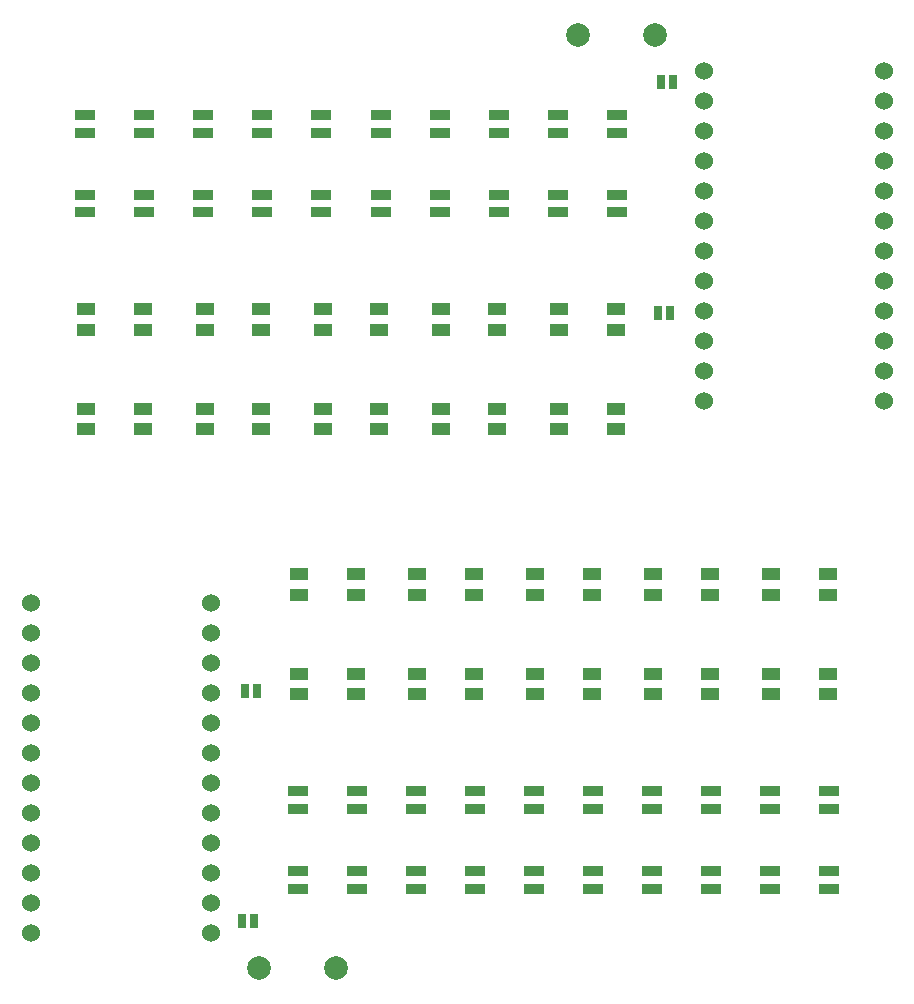
<source format=gbs>
G04 #@! TF.GenerationSoftware,KiCad,Pcbnew,5.1.8*
G04 #@! TF.CreationDate,2020-12-11T01:20:56+09:00*
G04 #@! TF.ProjectId,hikari,68696b61-7269-42e6-9b69-6361645f7063,rev?*
G04 #@! TF.SameCoordinates,Original*
G04 #@! TF.FileFunction,Soldermask,Bot*
G04 #@! TF.FilePolarity,Negative*
%FSLAX46Y46*%
G04 Gerber Fmt 4.6, Leading zero omitted, Abs format (unit mm)*
G04 Created by KiCad (PCBNEW 5.1.8) date 2020-12-11 01:20:56*
%MOMM*%
%LPD*%
G01*
G04 APERTURE LIST*
%ADD10R,1.800000X0.820000*%
%ADD11R,1.600000X1.000000*%
%ADD12R,0.635000X1.143000*%
%ADD13C,1.524000*%
%ADD14C,2.000000*%
G04 APERTURE END LIST*
D10*
X115500000Y-119750000D03*
X115500000Y-118250000D03*
X120500000Y-118250000D03*
X120500000Y-119750000D03*
X125500000Y-113000000D03*
X125500000Y-111500000D03*
X130500000Y-111500000D03*
X130500000Y-113000000D03*
D11*
X135600000Y-101543750D03*
X135600000Y-103293750D03*
X140400000Y-103293750D03*
X140400000Y-101543750D03*
D10*
X130500000Y-119750000D03*
X130500000Y-118250000D03*
X125500000Y-118250000D03*
X125500000Y-119750000D03*
D12*
X111750000Y-122500000D03*
X110749240Y-122500000D03*
D11*
X145600000Y-93125000D03*
X145600000Y-94875000D03*
X150400000Y-94875000D03*
X150400000Y-93125000D03*
D12*
X112000760Y-103000000D03*
X111000000Y-103000000D03*
D13*
X108108600Y-123478000D03*
X108108600Y-120938000D03*
X108108600Y-118398000D03*
X108108600Y-115858000D03*
X108108600Y-113318000D03*
X108108600Y-110778000D03*
X108108600Y-108238000D03*
X108108600Y-105698000D03*
X108108600Y-103158000D03*
X108108600Y-100618000D03*
X108108600Y-98078000D03*
X108108600Y-95538000D03*
X92888600Y-95538000D03*
X92888600Y-98078000D03*
X92888600Y-100618000D03*
X92888600Y-103158000D03*
X92888600Y-105698000D03*
X92888600Y-108238000D03*
X92888600Y-110778000D03*
X92888600Y-113318000D03*
X92888600Y-115858000D03*
X92888600Y-118398000D03*
X92888600Y-120938000D03*
X92888600Y-123478000D03*
D11*
X120400000Y-93125000D03*
X120400000Y-94875000D03*
X115600000Y-94875000D03*
X115600000Y-93125000D03*
X125600000Y-93125000D03*
X125600000Y-94875000D03*
X130400000Y-94875000D03*
X130400000Y-93125000D03*
D10*
X160500000Y-113000000D03*
X160500000Y-111500000D03*
X155500000Y-111500000D03*
X155500000Y-113000000D03*
D14*
X112250000Y-126500000D03*
X118750000Y-126500000D03*
D11*
X140400000Y-93125000D03*
X140400000Y-94875000D03*
X135600000Y-94875000D03*
X135600000Y-93125000D03*
D10*
X120500000Y-113000000D03*
X120500000Y-111500000D03*
X115500000Y-111500000D03*
X115500000Y-113000000D03*
X150500000Y-119750000D03*
X150500000Y-118250000D03*
X145500000Y-118250000D03*
X145500000Y-119750000D03*
D11*
X160400000Y-93125000D03*
X160400000Y-94875000D03*
X155600000Y-94875000D03*
X155600000Y-93125000D03*
X155600000Y-101543750D03*
X155600000Y-103293750D03*
X160400000Y-103293750D03*
X160400000Y-101543750D03*
D10*
X140500000Y-113000000D03*
X140500000Y-111500000D03*
X135500000Y-111500000D03*
X135500000Y-113000000D03*
D11*
X115600000Y-101543750D03*
X115600000Y-103293750D03*
X120400000Y-103293750D03*
X120400000Y-101543750D03*
X130400000Y-101543750D03*
X130400000Y-103293750D03*
X125600000Y-103293750D03*
X125600000Y-101543750D03*
D10*
X155500000Y-119750000D03*
X155500000Y-118250000D03*
X160500000Y-118250000D03*
X160500000Y-119750000D03*
X135500000Y-119750000D03*
X135500000Y-118250000D03*
X140500000Y-118250000D03*
X140500000Y-119750000D03*
D11*
X150400000Y-101543750D03*
X150400000Y-103293750D03*
X145600000Y-103293750D03*
X145600000Y-101543750D03*
D10*
X145500000Y-113000000D03*
X145500000Y-111500000D03*
X150500000Y-111500000D03*
X150500000Y-113000000D03*
D12*
X147250760Y-51500000D03*
X146250000Y-51500000D03*
D10*
X137500000Y-54250000D03*
X137500000Y-55750000D03*
X142500000Y-55750000D03*
X142500000Y-54250000D03*
X132500000Y-54250000D03*
X132500000Y-55750000D03*
X127500000Y-55750000D03*
X127500000Y-54250000D03*
X117500000Y-54250000D03*
X117500000Y-55750000D03*
X122500000Y-55750000D03*
X122500000Y-54250000D03*
X112500000Y-54250000D03*
X112500000Y-55750000D03*
X107500000Y-55750000D03*
X107500000Y-54250000D03*
X97500000Y-54250000D03*
X97500000Y-55750000D03*
X102500000Y-55750000D03*
X102500000Y-54250000D03*
X142500000Y-61000000D03*
X142500000Y-62500000D03*
X137500000Y-62500000D03*
X137500000Y-61000000D03*
X127500000Y-61000000D03*
X127500000Y-62500000D03*
X132500000Y-62500000D03*
X132500000Y-61000000D03*
X122500000Y-61000000D03*
X122500000Y-62500000D03*
X117500000Y-62500000D03*
X117500000Y-61000000D03*
X107500000Y-61000000D03*
X107500000Y-62500000D03*
X112500000Y-62500000D03*
X112500000Y-61000000D03*
X102500000Y-61000000D03*
X102500000Y-62500000D03*
X97500000Y-62500000D03*
X97500000Y-61000000D03*
D11*
X137600000Y-72456250D03*
X137600000Y-70706250D03*
X142400000Y-70706250D03*
X142400000Y-72456250D03*
X132400000Y-72456250D03*
X132400000Y-70706250D03*
X127600000Y-70706250D03*
X127600000Y-72456250D03*
X117600000Y-72456250D03*
X117600000Y-70706250D03*
X122400000Y-70706250D03*
X122400000Y-72456250D03*
X112400000Y-72456250D03*
X112400000Y-70706250D03*
X107600000Y-70706250D03*
X107600000Y-72456250D03*
X97600000Y-72456250D03*
X97600000Y-70706250D03*
X102400000Y-70706250D03*
X102400000Y-72456250D03*
X142400000Y-80875000D03*
X142400000Y-79125000D03*
X137600000Y-79125000D03*
X137600000Y-80875000D03*
X127600000Y-80875000D03*
X127600000Y-79125000D03*
X132400000Y-79125000D03*
X132400000Y-80875000D03*
X122400000Y-80875000D03*
X122400000Y-79125000D03*
X117600000Y-79125000D03*
X117600000Y-80875000D03*
X107600000Y-80875000D03*
X107600000Y-79125000D03*
X112400000Y-79125000D03*
X112400000Y-80875000D03*
X102400000Y-80875000D03*
X102400000Y-79125000D03*
X97600000Y-79125000D03*
X97600000Y-80875000D03*
D14*
X139250000Y-47500000D03*
X145750000Y-47500000D03*
D13*
X165111400Y-50522000D03*
X165111400Y-53062000D03*
X165111400Y-55602000D03*
X165111400Y-58142000D03*
X165111400Y-60682000D03*
X165111400Y-63222000D03*
X165111400Y-65762000D03*
X165111400Y-68302000D03*
X165111400Y-70842000D03*
X165111400Y-73382000D03*
X165111400Y-75922000D03*
X165111400Y-78462000D03*
X149891400Y-78462000D03*
X149891400Y-75922000D03*
X149891400Y-73382000D03*
X149891400Y-70842000D03*
X149891400Y-68302000D03*
X149891400Y-65762000D03*
X149891400Y-63222000D03*
X149891400Y-60682000D03*
X149891400Y-58142000D03*
X149891400Y-55602000D03*
X149891400Y-53062000D03*
X149891400Y-50522000D03*
D12*
X147000000Y-71000000D03*
X145999240Y-71000000D03*
M02*

</source>
